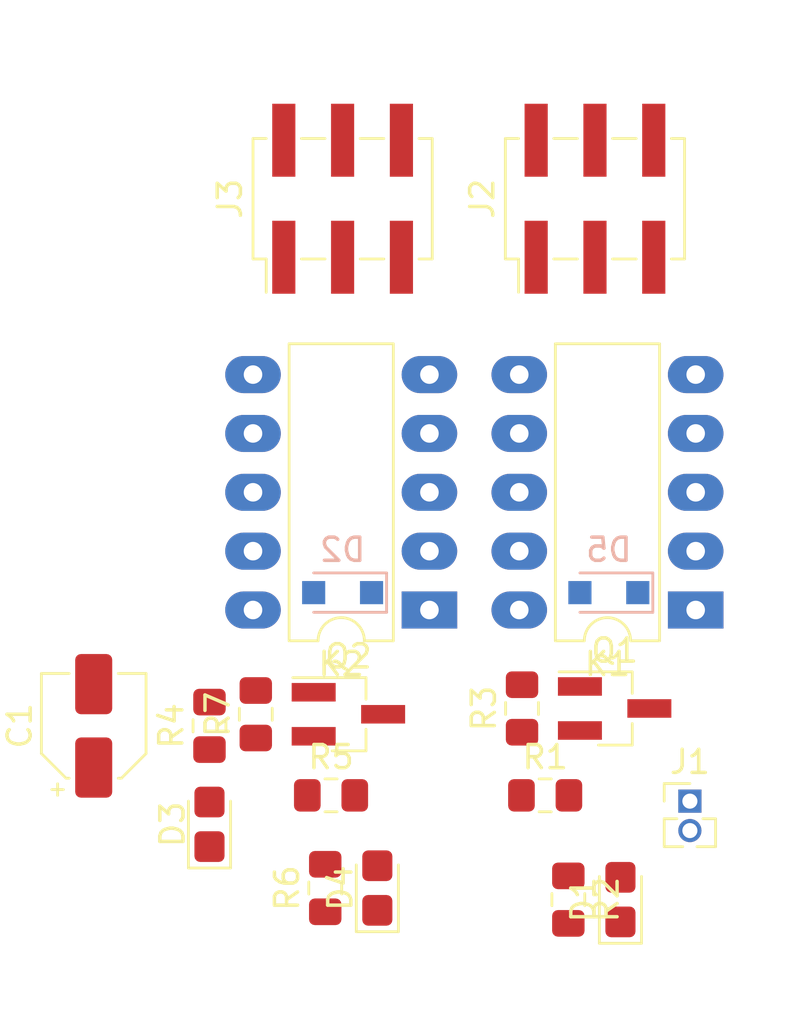
<source format=kicad_pcb>
(kicad_pcb (version 20171130) (host pcbnew 5.0.2-bee76a0~70~ubuntu18.04.1)

  (general
    (thickness 1.6)
    (drawings 0)
    (tracks 0)
    (zones 0)
    (modules 20)
    (nets 24)
  )

  (page A4)
  (layers
    (0 F.Cu signal)
    (31 B.Cu signal)
    (32 B.Adhes user)
    (33 F.Adhes user)
    (34 B.Paste user)
    (35 F.Paste user)
    (36 B.SilkS user)
    (37 F.SilkS user)
    (38 B.Mask user)
    (39 F.Mask user)
    (40 Dwgs.User user)
    (41 Cmts.User user)
    (42 Eco1.User user)
    (43 Eco2.User user)
    (44 Edge.Cuts user)
    (45 Margin user)
    (46 B.CrtYd user)
    (47 F.CrtYd user)
    (48 B.Fab user)
    (49 F.Fab user)
  )

  (setup
    (last_trace_width 0.25)
    (trace_clearance 0.2)
    (zone_clearance 0.508)
    (zone_45_only no)
    (trace_min 0.2)
    (segment_width 0.2)
    (edge_width 0.1)
    (via_size 0.8)
    (via_drill 0.4)
    (via_min_size 0.4)
    (via_min_drill 0.3)
    (uvia_size 0.3)
    (uvia_drill 0.1)
    (uvias_allowed no)
    (uvia_min_size 0.2)
    (uvia_min_drill 0.1)
    (pcb_text_width 0.3)
    (pcb_text_size 1.5 1.5)
    (mod_edge_width 0.15)
    (mod_text_size 1 1)
    (mod_text_width 0.15)
    (pad_size 1.5 1.5)
    (pad_drill 0.6)
    (pad_to_mask_clearance 0)
    (aux_axis_origin 0 0)
    (visible_elements FFFFFF7F)
    (pcbplotparams
      (layerselection 0x010fc_ffffffff)
      (usegerberextensions false)
      (usegerberattributes false)
      (usegerberadvancedattributes false)
      (creategerberjobfile false)
      (excludeedgelayer true)
      (linewidth 0.100000)
      (plotframeref false)
      (viasonmask false)
      (mode 1)
      (useauxorigin false)
      (hpglpennumber 1)
      (hpglpenspeed 20)
      (hpglpendiameter 15.000000)
      (psnegative false)
      (psa4output false)
      (plotreference true)
      (plotvalue true)
      (plotinvisibletext false)
      (padsonsilk false)
      (subtractmaskfromsilk false)
      (outputformat 1)
      (mirror false)
      (drillshape 1)
      (scaleselection 1)
      (outputdirectory ""))
  )

  (net 0 "")
  (net 1 V_RELAY)
  (net 2 "Net-(D4-Pad2)")
  (net 3 /R2_CONTROL)
  (net 4 "Net-(Q2-Pad1)")
  (net 5 "Net-(D3-Pad2)")
  (net 6 "Net-(Q1-Pad1)")
  (net 7 GND)
  (net 8 "Net-(D1-Pad2)")
  (net 9 /R1_CONTROL)
  (net 10 /R2_COIL_N)
  (net 11 /R1_COIL_N)
  (net 12 /R1_CH1_NC)
  (net 13 /R1_CH2_NO)
  (net 14 /R1_CH1_COM)
  (net 15 /R1_CH2_COM)
  (net 16 /R1_CH1_NO)
  (net 17 /R1_CH2_NC)
  (net 18 /R2_CH2_NC)
  (net 19 /R2_CH1_NO)
  (net 20 /R2_CH2_COM)
  (net 21 /R2_CH1_COM)
  (net 22 /R2_CH2_NO)
  (net 23 /R2_CH1_NC)

  (net_class Default "This is the default net class."
    (clearance 0.2)
    (trace_width 0.25)
    (via_dia 0.8)
    (via_drill 0.4)
    (uvia_dia 0.3)
    (uvia_drill 0.1)
    (add_net /R1_CH1_COM)
    (add_net /R1_CH1_NC)
    (add_net /R1_CH1_NO)
    (add_net /R1_CH2_COM)
    (add_net /R1_CH2_NC)
    (add_net /R1_CH2_NO)
    (add_net /R1_COIL_N)
    (add_net /R1_CONTROL)
    (add_net /R2_CH1_COM)
    (add_net /R2_CH1_NC)
    (add_net /R2_CH1_NO)
    (add_net /R2_CH2_COM)
    (add_net /R2_CH2_NC)
    (add_net /R2_CH2_NO)
    (add_net /R2_COIL_N)
    (add_net /R2_CONTROL)
    (add_net GND)
    (add_net "Net-(D1-Pad2)")
    (add_net "Net-(D3-Pad2)")
    (add_net "Net-(D4-Pad2)")
    (add_net "Net-(Q1-Pad1)")
    (add_net "Net-(Q2-Pad1)")
    (add_net V_RELAY)
  )

  (module Capacitor_SMD:CP_Elec_4x5.3 (layer F.Cu) (tedit 5BCA39CF) (tstamp 5C2B8218)
    (at 14.25 42.75 90)
    (descr "SMD capacitor, aluminum electrolytic, Vishay, 4.0x5.3mm")
    (tags "capacitor electrolytic")
    (path /5C175CD2)
    (attr smd)
    (fp_text reference C1 (at 0 -3.2 90) (layer F.SilkS)
      (effects (font (size 1 1) (thickness 0.15)))
    )
    (fp_text value CP4.7uf,50V (at 0 3.2 90) (layer F.Fab)
      (effects (font (size 1 1) (thickness 0.15)))
    )
    (fp_circle (center 0 0) (end 2 0) (layer F.Fab) (width 0.1))
    (fp_line (start 2.15 -2.15) (end 2.15 2.15) (layer F.Fab) (width 0.1))
    (fp_line (start -1.15 -2.15) (end 2.15 -2.15) (layer F.Fab) (width 0.1))
    (fp_line (start -1.15 2.15) (end 2.15 2.15) (layer F.Fab) (width 0.1))
    (fp_line (start -2.15 -1.15) (end -2.15 1.15) (layer F.Fab) (width 0.1))
    (fp_line (start -2.15 -1.15) (end -1.15 -2.15) (layer F.Fab) (width 0.1))
    (fp_line (start -2.15 1.15) (end -1.15 2.15) (layer F.Fab) (width 0.1))
    (fp_line (start -1.574773 -1) (end -1.174773 -1) (layer F.Fab) (width 0.1))
    (fp_line (start -1.374773 -1.2) (end -1.374773 -0.8) (layer F.Fab) (width 0.1))
    (fp_line (start 2.26 2.26) (end 2.26 1.06) (layer F.SilkS) (width 0.12))
    (fp_line (start 2.26 -2.26) (end 2.26 -1.06) (layer F.SilkS) (width 0.12))
    (fp_line (start -1.195563 -2.26) (end 2.26 -2.26) (layer F.SilkS) (width 0.12))
    (fp_line (start -1.195563 2.26) (end 2.26 2.26) (layer F.SilkS) (width 0.12))
    (fp_line (start -2.26 1.195563) (end -2.26 1.06) (layer F.SilkS) (width 0.12))
    (fp_line (start -2.26 -1.195563) (end -2.26 -1.06) (layer F.SilkS) (width 0.12))
    (fp_line (start -2.26 -1.195563) (end -1.195563 -2.26) (layer F.SilkS) (width 0.12))
    (fp_line (start -2.26 1.195563) (end -1.195563 2.26) (layer F.SilkS) (width 0.12))
    (fp_line (start -3 -1.56) (end -2.5 -1.56) (layer F.SilkS) (width 0.12))
    (fp_line (start -2.75 -1.81) (end -2.75 -1.31) (layer F.SilkS) (width 0.12))
    (fp_line (start 2.4 -2.4) (end 2.4 -1.05) (layer F.CrtYd) (width 0.05))
    (fp_line (start 2.4 -1.05) (end 3.35 -1.05) (layer F.CrtYd) (width 0.05))
    (fp_line (start 3.35 -1.05) (end 3.35 1.05) (layer F.CrtYd) (width 0.05))
    (fp_line (start 3.35 1.05) (end 2.4 1.05) (layer F.CrtYd) (width 0.05))
    (fp_line (start 2.4 1.05) (end 2.4 2.4) (layer F.CrtYd) (width 0.05))
    (fp_line (start -1.25 2.4) (end 2.4 2.4) (layer F.CrtYd) (width 0.05))
    (fp_line (start -1.25 -2.4) (end 2.4 -2.4) (layer F.CrtYd) (width 0.05))
    (fp_line (start -2.4 1.25) (end -1.25 2.4) (layer F.CrtYd) (width 0.05))
    (fp_line (start -2.4 -1.25) (end -1.25 -2.4) (layer F.CrtYd) (width 0.05))
    (fp_line (start -2.4 -1.25) (end -2.4 -1.05) (layer F.CrtYd) (width 0.05))
    (fp_line (start -2.4 1.05) (end -2.4 1.25) (layer F.CrtYd) (width 0.05))
    (fp_line (start -2.4 -1.05) (end -3.35 -1.05) (layer F.CrtYd) (width 0.05))
    (fp_line (start -3.35 -1.05) (end -3.35 1.05) (layer F.CrtYd) (width 0.05))
    (fp_line (start -3.35 1.05) (end -2.4 1.05) (layer F.CrtYd) (width 0.05))
    (fp_text user %R (at 0 0 90) (layer F.Fab)
      (effects (font (size 0.8 0.8) (thickness 0.12)))
    )
    (pad 1 smd roundrect (at -1.8 0 90) (size 2.6 1.6) (layers F.Cu F.Paste F.Mask) (roundrect_rratio 0.15625)
      (net 1 V_RELAY))
    (pad 2 smd roundrect (at 1.8 0 90) (size 2.6 1.6) (layers F.Cu F.Paste F.Mask) (roundrect_rratio 0.15625)
      (net 7 GND))
    (model ${KISYS3DMOD}/Capacitor_SMD.3dshapes/CP_Elec_4x5.3.wrl
      (at (xyz 0 0 0))
      (scale (xyz 1 1 1))
      (rotate (xyz 0 0 0))
    )
  )

  (module Connector_PinHeader_1.27mm:PinHeader_1x02_P1.27mm_Vertical (layer F.Cu) (tedit 59FED6E3) (tstamp 5C2B81F0)
    (at 40 46)
    (descr "Through hole straight pin header, 1x02, 1.27mm pitch, single row")
    (tags "Through hole pin header THT 1x02 1.27mm single row")
    (path /5C1CE215)
    (fp_text reference J1 (at 0 -1.695) (layer F.SilkS)
      (effects (font (size 1 1) (thickness 0.15)))
    )
    (fp_text value Conn_01x02 (at 0 2.965) (layer F.Fab)
      (effects (font (size 1 1) (thickness 0.15)))
    )
    (fp_line (start -0.525 -0.635) (end 1.05 -0.635) (layer F.Fab) (width 0.1))
    (fp_line (start 1.05 -0.635) (end 1.05 1.905) (layer F.Fab) (width 0.1))
    (fp_line (start 1.05 1.905) (end -1.05 1.905) (layer F.Fab) (width 0.1))
    (fp_line (start -1.05 1.905) (end -1.05 -0.11) (layer F.Fab) (width 0.1))
    (fp_line (start -1.05 -0.11) (end -0.525 -0.635) (layer F.Fab) (width 0.1))
    (fp_line (start -1.11 1.965) (end -0.30753 1.965) (layer F.SilkS) (width 0.12))
    (fp_line (start 0.30753 1.965) (end 1.11 1.965) (layer F.SilkS) (width 0.12))
    (fp_line (start -1.11 0.76) (end -1.11 1.965) (layer F.SilkS) (width 0.12))
    (fp_line (start 1.11 0.76) (end 1.11 1.965) (layer F.SilkS) (width 0.12))
    (fp_line (start -1.11 0.76) (end -0.563471 0.76) (layer F.SilkS) (width 0.12))
    (fp_line (start 0.563471 0.76) (end 1.11 0.76) (layer F.SilkS) (width 0.12))
    (fp_line (start -1.11 0) (end -1.11 -0.76) (layer F.SilkS) (width 0.12))
    (fp_line (start -1.11 -0.76) (end 0 -0.76) (layer F.SilkS) (width 0.12))
    (fp_line (start -1.55 -1.15) (end -1.55 2.45) (layer F.CrtYd) (width 0.05))
    (fp_line (start -1.55 2.45) (end 1.55 2.45) (layer F.CrtYd) (width 0.05))
    (fp_line (start 1.55 2.45) (end 1.55 -1.15) (layer F.CrtYd) (width 0.05))
    (fp_line (start 1.55 -1.15) (end -1.55 -1.15) (layer F.CrtYd) (width 0.05))
    (fp_text user %R (at 0 0.635 90) (layer F.Fab)
      (effects (font (size 1 1) (thickness 0.15)))
    )
    (pad 1 thru_hole rect (at 0 0) (size 1 1) (drill 0.65) (layers *.Cu *.Mask)
      (net 9 /R1_CONTROL))
    (pad 2 thru_hole oval (at 0 1.27) (size 1 1) (drill 0.65) (layers *.Cu *.Mask)
      (net 3 /R2_CONTROL))
    (model ${KISYS3DMOD}/Connector_PinHeader_1.27mm.3dshapes/PinHeader_1x02_P1.27mm_Vertical.wrl
      (at (xyz 0 0 0))
      (scale (xyz 1 1 1))
      (rotate (xyz 0 0 0))
    )
  )

  (module Connector_PinHeader_2.54mm:PinHeader_2x03_P2.54mm_Vertical_SMD (layer F.Cu) (tedit 59FED5CC) (tstamp 5C2B81D8)
    (at 35.900001 20 90)
    (descr "surface-mounted straight pin header, 2x03, 2.54mm pitch, double rows")
    (tags "Surface mounted pin header SMD 2x03 2.54mm double row")
    (path /5C1F21BB)
    (attr smd)
    (fp_text reference J2 (at 0 -4.87 90) (layer F.SilkS)
      (effects (font (size 1 1) (thickness 0.15)))
    )
    (fp_text value Conn_02x03_Odd_Even (at 0 4.87 90) (layer F.Fab)
      (effects (font (size 1 1) (thickness 0.15)))
    )
    (fp_text user %R (at 0 0 180) (layer F.Fab)
      (effects (font (size 1 1) (thickness 0.15)))
    )
    (fp_line (start 5.9 -4.35) (end -5.9 -4.35) (layer F.CrtYd) (width 0.05))
    (fp_line (start 5.9 4.35) (end 5.9 -4.35) (layer F.CrtYd) (width 0.05))
    (fp_line (start -5.9 4.35) (end 5.9 4.35) (layer F.CrtYd) (width 0.05))
    (fp_line (start -5.9 -4.35) (end -5.9 4.35) (layer F.CrtYd) (width 0.05))
    (fp_line (start 2.6 0.76) (end 2.6 1.78) (layer F.SilkS) (width 0.12))
    (fp_line (start -2.6 0.76) (end -2.6 1.78) (layer F.SilkS) (width 0.12))
    (fp_line (start 2.6 -1.78) (end 2.6 -0.76) (layer F.SilkS) (width 0.12))
    (fp_line (start -2.6 -1.78) (end -2.6 -0.76) (layer F.SilkS) (width 0.12))
    (fp_line (start 2.6 3.3) (end 2.6 3.87) (layer F.SilkS) (width 0.12))
    (fp_line (start -2.6 3.3) (end -2.6 3.87) (layer F.SilkS) (width 0.12))
    (fp_line (start 2.6 -3.87) (end 2.6 -3.3) (layer F.SilkS) (width 0.12))
    (fp_line (start -2.6 -3.87) (end -2.6 -3.3) (layer F.SilkS) (width 0.12))
    (fp_line (start -4.04 -3.3) (end -2.6 -3.3) (layer F.SilkS) (width 0.12))
    (fp_line (start -2.6 3.87) (end 2.6 3.87) (layer F.SilkS) (width 0.12))
    (fp_line (start -2.6 -3.87) (end 2.6 -3.87) (layer F.SilkS) (width 0.12))
    (fp_line (start 3.6 2.86) (end 2.54 2.86) (layer F.Fab) (width 0.1))
    (fp_line (start 3.6 2.22) (end 3.6 2.86) (layer F.Fab) (width 0.1))
    (fp_line (start 2.54 2.22) (end 3.6 2.22) (layer F.Fab) (width 0.1))
    (fp_line (start -3.6 2.86) (end -2.54 2.86) (layer F.Fab) (width 0.1))
    (fp_line (start -3.6 2.22) (end -3.6 2.86) (layer F.Fab) (width 0.1))
    (fp_line (start -2.54 2.22) (end -3.6 2.22) (layer F.Fab) (width 0.1))
    (fp_line (start 3.6 0.32) (end 2.54 0.32) (layer F.Fab) (width 0.1))
    (fp_line (start 3.6 -0.32) (end 3.6 0.32) (layer F.Fab) (width 0.1))
    (fp_line (start 2.54 -0.32) (end 3.6 -0.32) (layer F.Fab) (width 0.1))
    (fp_line (start -3.6 0.32) (end -2.54 0.32) (layer F.Fab) (width 0.1))
    (fp_line (start -3.6 -0.32) (end -3.6 0.32) (layer F.Fab) (width 0.1))
    (fp_line (start -2.54 -0.32) (end -3.6 -0.32) (layer F.Fab) (width 0.1))
    (fp_line (start 3.6 -2.22) (end 2.54 -2.22) (layer F.Fab) (width 0.1))
    (fp_line (start 3.6 -2.86) (end 3.6 -2.22) (layer F.Fab) (width 0.1))
    (fp_line (start 2.54 -2.86) (end 3.6 -2.86) (layer F.Fab) (width 0.1))
    (fp_line (start -3.6 -2.22) (end -2.54 -2.22) (layer F.Fab) (width 0.1))
    (fp_line (start -3.6 -2.86) (end -3.6 -2.22) (layer F.Fab) (width 0.1))
    (fp_line (start -2.54 -2.86) (end -3.6 -2.86) (layer F.Fab) (width 0.1))
    (fp_line (start 2.54 -3.81) (end 2.54 3.81) (layer F.Fab) (width 0.1))
    (fp_line (start -2.54 -2.86) (end -1.59 -3.81) (layer F.Fab) (width 0.1))
    (fp_line (start -2.54 3.81) (end -2.54 -2.86) (layer F.Fab) (width 0.1))
    (fp_line (start -1.59 -3.81) (end 2.54 -3.81) (layer F.Fab) (width 0.1))
    (fp_line (start 2.54 3.81) (end -2.54 3.81) (layer F.Fab) (width 0.1))
    (pad 6 smd rect (at 2.525 2.54 90) (size 3.15 1) (layers F.Cu F.Paste F.Mask)
      (net 13 /R1_CH2_NO))
    (pad 5 smd rect (at -2.525 2.54 90) (size 3.15 1) (layers F.Cu F.Paste F.Mask)
      (net 16 /R1_CH1_NO))
    (pad 4 smd rect (at 2.525 0 90) (size 3.15 1) (layers F.Cu F.Paste F.Mask)
      (net 15 /R1_CH2_COM))
    (pad 3 smd rect (at -2.525 0 90) (size 3.15 1) (layers F.Cu F.Paste F.Mask)
      (net 14 /R1_CH1_COM))
    (pad 2 smd rect (at 2.525 -2.54 90) (size 3.15 1) (layers F.Cu F.Paste F.Mask)
      (net 17 /R1_CH2_NC))
    (pad 1 smd rect (at -2.525 -2.54 90) (size 3.15 1) (layers F.Cu F.Paste F.Mask)
      (net 12 /R1_CH1_NC))
    (model ${KISYS3DMOD}/Connector_PinHeader_2.54mm.3dshapes/PinHeader_2x03_P2.54mm_Vertical_SMD.wrl
      (at (xyz 0 0 0))
      (scale (xyz 1 1 1))
      (rotate (xyz 0 0 0))
    )
  )

  (module Connector_PinHeader_2.54mm:PinHeader_2x03_P2.54mm_Vertical_SMD (layer F.Cu) (tedit 59FED5CC) (tstamp 5C2B81A7)
    (at 25 20 90)
    (descr "surface-mounted straight pin header, 2x03, 2.54mm pitch, double rows")
    (tags "Surface mounted pin header SMD 2x03 2.54mm double row")
    (path /5C1F70CC)
    (attr smd)
    (fp_text reference J3 (at 0 -4.87 90) (layer F.SilkS)
      (effects (font (size 1 1) (thickness 0.15)))
    )
    (fp_text value Conn_02x03_Odd_Even (at 0 4.87 90) (layer F.Fab)
      (effects (font (size 1 1) (thickness 0.15)))
    )
    (fp_line (start 2.54 3.81) (end -2.54 3.81) (layer F.Fab) (width 0.1))
    (fp_line (start -1.59 -3.81) (end 2.54 -3.81) (layer F.Fab) (width 0.1))
    (fp_line (start -2.54 3.81) (end -2.54 -2.86) (layer F.Fab) (width 0.1))
    (fp_line (start -2.54 -2.86) (end -1.59 -3.81) (layer F.Fab) (width 0.1))
    (fp_line (start 2.54 -3.81) (end 2.54 3.81) (layer F.Fab) (width 0.1))
    (fp_line (start -2.54 -2.86) (end -3.6 -2.86) (layer F.Fab) (width 0.1))
    (fp_line (start -3.6 -2.86) (end -3.6 -2.22) (layer F.Fab) (width 0.1))
    (fp_line (start -3.6 -2.22) (end -2.54 -2.22) (layer F.Fab) (width 0.1))
    (fp_line (start 2.54 -2.86) (end 3.6 -2.86) (layer F.Fab) (width 0.1))
    (fp_line (start 3.6 -2.86) (end 3.6 -2.22) (layer F.Fab) (width 0.1))
    (fp_line (start 3.6 -2.22) (end 2.54 -2.22) (layer F.Fab) (width 0.1))
    (fp_line (start -2.54 -0.32) (end -3.6 -0.32) (layer F.Fab) (width 0.1))
    (fp_line (start -3.6 -0.32) (end -3.6 0.32) (layer F.Fab) (width 0.1))
    (fp_line (start -3.6 0.32) (end -2.54 0.32) (layer F.Fab) (width 0.1))
    (fp_line (start 2.54 -0.32) (end 3.6 -0.32) (layer F.Fab) (width 0.1))
    (fp_line (start 3.6 -0.32) (end 3.6 0.32) (layer F.Fab) (width 0.1))
    (fp_line (start 3.6 0.32) (end 2.54 0.32) (layer F.Fab) (width 0.1))
    (fp_line (start -2.54 2.22) (end -3.6 2.22) (layer F.Fab) (width 0.1))
    (fp_line (start -3.6 2.22) (end -3.6 2.86) (layer F.Fab) (width 0.1))
    (fp_line (start -3.6 2.86) (end -2.54 2.86) (layer F.Fab) (width 0.1))
    (fp_line (start 2.54 2.22) (end 3.6 2.22) (layer F.Fab) (width 0.1))
    (fp_line (start 3.6 2.22) (end 3.6 2.86) (layer F.Fab) (width 0.1))
    (fp_line (start 3.6 2.86) (end 2.54 2.86) (layer F.Fab) (width 0.1))
    (fp_line (start -2.6 -3.87) (end 2.6 -3.87) (layer F.SilkS) (width 0.12))
    (fp_line (start -2.6 3.87) (end 2.6 3.87) (layer F.SilkS) (width 0.12))
    (fp_line (start -4.04 -3.3) (end -2.6 -3.3) (layer F.SilkS) (width 0.12))
    (fp_line (start -2.6 -3.87) (end -2.6 -3.3) (layer F.SilkS) (width 0.12))
    (fp_line (start 2.6 -3.87) (end 2.6 -3.3) (layer F.SilkS) (width 0.12))
    (fp_line (start -2.6 3.3) (end -2.6 3.87) (layer F.SilkS) (width 0.12))
    (fp_line (start 2.6 3.3) (end 2.6 3.87) (layer F.SilkS) (width 0.12))
    (fp_line (start -2.6 -1.78) (end -2.6 -0.76) (layer F.SilkS) (width 0.12))
    (fp_line (start 2.6 -1.78) (end 2.6 -0.76) (layer F.SilkS) (width 0.12))
    (fp_line (start -2.6 0.76) (end -2.6 1.78) (layer F.SilkS) (width 0.12))
    (fp_line (start 2.6 0.76) (end 2.6 1.78) (layer F.SilkS) (width 0.12))
    (fp_line (start -5.9 -4.35) (end -5.9 4.35) (layer F.CrtYd) (width 0.05))
    (fp_line (start -5.9 4.35) (end 5.9 4.35) (layer F.CrtYd) (width 0.05))
    (fp_line (start 5.9 4.35) (end 5.9 -4.35) (layer F.CrtYd) (width 0.05))
    (fp_line (start 5.9 -4.35) (end -5.9 -4.35) (layer F.CrtYd) (width 0.05))
    (fp_text user %R (at 0 0 180) (layer F.Fab)
      (effects (font (size 1 1) (thickness 0.15)))
    )
    (pad 1 smd rect (at -2.525 -2.54 90) (size 3.15 1) (layers F.Cu F.Paste F.Mask)
      (net 23 /R2_CH1_NC))
    (pad 2 smd rect (at 2.525 -2.54 90) (size 3.15 1) (layers F.Cu F.Paste F.Mask)
      (net 18 /R2_CH2_NC))
    (pad 3 smd rect (at -2.525 0 90) (size 3.15 1) (layers F.Cu F.Paste F.Mask)
      (net 21 /R2_CH1_COM))
    (pad 4 smd rect (at 2.525 0 90) (size 3.15 1) (layers F.Cu F.Paste F.Mask)
      (net 20 /R2_CH2_COM))
    (pad 5 smd rect (at -2.525 2.54 90) (size 3.15 1) (layers F.Cu F.Paste F.Mask)
      (net 19 /R2_CH1_NO))
    (pad 6 smd rect (at 2.525 2.54 90) (size 3.15 1) (layers F.Cu F.Paste F.Mask)
      (net 22 /R2_CH2_NO))
    (model ${KISYS3DMOD}/Connector_PinHeader_2.54mm.3dshapes/PinHeader_2x03_P2.54mm_Vertical_SMD.wrl
      (at (xyz 0 0 0))
      (scale (xyz 1 1 1))
      (rotate (xyz 0 0 0))
    )
  )

  (module Diode_SMD:D_SOD-323_HandSoldering (layer B.Cu) (tedit 58641869) (tstamp 5C2B8BC0)
    (at 25 37 180)
    (descr SOD-323)
    (tags SOD-323)
    (path /5C178516)
    (attr smd)
    (fp_text reference D2 (at 0 1.85 180) (layer B.SilkS)
      (effects (font (size 1 1) (thickness 0.15)) (justify mirror))
    )
    (fp_text value 1N4148 (at 0.1 -1.9 180) (layer B.Fab)
      (effects (font (size 1 1) (thickness 0.15)) (justify mirror))
    )
    (fp_line (start -1.9 0.85) (end 1.25 0.85) (layer B.SilkS) (width 0.12))
    (fp_line (start -1.9 -0.85) (end 1.25 -0.85) (layer B.SilkS) (width 0.12))
    (fp_line (start -2 0.95) (end -2 -0.95) (layer B.CrtYd) (width 0.05))
    (fp_line (start -2 -0.95) (end 2 -0.95) (layer B.CrtYd) (width 0.05))
    (fp_line (start 2 0.95) (end 2 -0.95) (layer B.CrtYd) (width 0.05))
    (fp_line (start -2 0.95) (end 2 0.95) (layer B.CrtYd) (width 0.05))
    (fp_line (start -0.9 0.7) (end 0.9 0.7) (layer B.Fab) (width 0.1))
    (fp_line (start 0.9 0.7) (end 0.9 -0.7) (layer B.Fab) (width 0.1))
    (fp_line (start 0.9 -0.7) (end -0.9 -0.7) (layer B.Fab) (width 0.1))
    (fp_line (start -0.9 -0.7) (end -0.9 0.7) (layer B.Fab) (width 0.1))
    (fp_line (start -0.3 0.35) (end -0.3 -0.35) (layer B.Fab) (width 0.1))
    (fp_line (start -0.3 0) (end -0.5 0) (layer B.Fab) (width 0.1))
    (fp_line (start -0.3 0) (end 0.2 0.35) (layer B.Fab) (width 0.1))
    (fp_line (start 0.2 0.35) (end 0.2 -0.35) (layer B.Fab) (width 0.1))
    (fp_line (start 0.2 -0.35) (end -0.3 0) (layer B.Fab) (width 0.1))
    (fp_line (start 0.2 0) (end 0.45 0) (layer B.Fab) (width 0.1))
    (fp_line (start -1.9 0.85) (end -1.9 -0.85) (layer B.SilkS) (width 0.12))
    (fp_text user %R (at 0 1.85 180) (layer B.Fab)
      (effects (font (size 1 1) (thickness 0.15)) (justify mirror))
    )
    (pad 2 smd rect (at 1.25 0 180) (size 1 1) (layers B.Cu B.Paste B.Mask)
      (net 11 /R1_COIL_N))
    (pad 1 smd rect (at -1.25 0 180) (size 1 1) (layers B.Cu B.Paste B.Mask)
      (net 1 V_RELAY))
    (model ${KISYS3DMOD}/Diode_SMD.3dshapes/D_SOD-323.wrl
      (at (xyz 0 0 0))
      (scale (xyz 1 1 1))
      (rotate (xyz 0 0 0))
    )
  )

  (module Diode_SMD:D_SOD-323_HandSoldering (layer B.Cu) (tedit 58641869) (tstamp 5C2B815E)
    (at 36.5 37 180)
    (descr SOD-323)
    (tags SOD-323)
    (path /5C17F31C)
    (attr smd)
    (fp_text reference D5 (at 0 1.85 180) (layer B.SilkS)
      (effects (font (size 1 1) (thickness 0.15)) (justify mirror))
    )
    (fp_text value 1N4148 (at 0.1 -1.9 180) (layer B.Fab)
      (effects (font (size 1 1) (thickness 0.15)) (justify mirror))
    )
    (fp_text user %R (at 0 1.85 180) (layer B.Fab)
      (effects (font (size 1 1) (thickness 0.15)) (justify mirror))
    )
    (fp_line (start -1.9 0.85) (end -1.9 -0.85) (layer B.SilkS) (width 0.12))
    (fp_line (start 0.2 0) (end 0.45 0) (layer B.Fab) (width 0.1))
    (fp_line (start 0.2 -0.35) (end -0.3 0) (layer B.Fab) (width 0.1))
    (fp_line (start 0.2 0.35) (end 0.2 -0.35) (layer B.Fab) (width 0.1))
    (fp_line (start -0.3 0) (end 0.2 0.35) (layer B.Fab) (width 0.1))
    (fp_line (start -0.3 0) (end -0.5 0) (layer B.Fab) (width 0.1))
    (fp_line (start -0.3 0.35) (end -0.3 -0.35) (layer B.Fab) (width 0.1))
    (fp_line (start -0.9 -0.7) (end -0.9 0.7) (layer B.Fab) (width 0.1))
    (fp_line (start 0.9 -0.7) (end -0.9 -0.7) (layer B.Fab) (width 0.1))
    (fp_line (start 0.9 0.7) (end 0.9 -0.7) (layer B.Fab) (width 0.1))
    (fp_line (start -0.9 0.7) (end 0.9 0.7) (layer B.Fab) (width 0.1))
    (fp_line (start -2 0.95) (end 2 0.95) (layer B.CrtYd) (width 0.05))
    (fp_line (start 2 0.95) (end 2 -0.95) (layer B.CrtYd) (width 0.05))
    (fp_line (start -2 -0.95) (end 2 -0.95) (layer B.CrtYd) (width 0.05))
    (fp_line (start -2 0.95) (end -2 -0.95) (layer B.CrtYd) (width 0.05))
    (fp_line (start -1.9 -0.85) (end 1.25 -0.85) (layer B.SilkS) (width 0.12))
    (fp_line (start -1.9 0.85) (end 1.25 0.85) (layer B.SilkS) (width 0.12))
    (pad 1 smd rect (at -1.25 0 180) (size 1 1) (layers B.Cu B.Paste B.Mask)
      (net 1 V_RELAY))
    (pad 2 smd rect (at 1.25 0 180) (size 1 1) (layers B.Cu B.Paste B.Mask)
      (net 10 /R2_COIL_N))
    (model ${KISYS3DMOD}/Diode_SMD.3dshapes/D_SOD-323.wrl
      (at (xyz 0 0 0))
      (scale (xyz 1 1 1))
      (rotate (xyz 0 0 0))
    )
  )

  (module LED_SMD:LED_0805_2012Metric_Castellated (layer F.Cu) (tedit 5B36C52C) (tstamp 5C2B8146)
    (at 37 50.25 90)
    (descr "LED SMD 0805 (2012 Metric), castellated end terminal, IPC_7351 nominal, (Body size source: https://docs.google.com/spreadsheets/d/1BsfQQcO9C6DZCsRaXUlFlo91Tg2WpOkGARC1WS5S8t0/edit?usp=sharing), generated with kicad-footprint-generator")
    (tags "LED castellated")
    (path /5BBB29F7)
    (attr smd)
    (fp_text reference D1 (at 0 -1.6 90) (layer F.SilkS)
      (effects (font (size 1 1) (thickness 0.15)))
    )
    (fp_text value RELAY_STATUS (at 0 1.6 90) (layer F.Fab)
      (effects (font (size 1 1) (thickness 0.15)))
    )
    (fp_line (start 1 -0.6) (end -0.7 -0.6) (layer F.Fab) (width 0.1))
    (fp_line (start -0.7 -0.6) (end -1 -0.3) (layer F.Fab) (width 0.1))
    (fp_line (start -1 -0.3) (end -1 0.6) (layer F.Fab) (width 0.1))
    (fp_line (start -1 0.6) (end 1 0.6) (layer F.Fab) (width 0.1))
    (fp_line (start 1 0.6) (end 1 -0.6) (layer F.Fab) (width 0.1))
    (fp_line (start 1 -0.91) (end -1.885 -0.91) (layer F.SilkS) (width 0.12))
    (fp_line (start -1.885 -0.91) (end -1.885 0.91) (layer F.SilkS) (width 0.12))
    (fp_line (start -1.885 0.91) (end 1 0.91) (layer F.SilkS) (width 0.12))
    (fp_line (start -1.88 0.9) (end -1.88 -0.9) (layer F.CrtYd) (width 0.05))
    (fp_line (start -1.88 -0.9) (end 1.88 -0.9) (layer F.CrtYd) (width 0.05))
    (fp_line (start 1.88 -0.9) (end 1.88 0.9) (layer F.CrtYd) (width 0.05))
    (fp_line (start 1.88 0.9) (end -1.88 0.9) (layer F.CrtYd) (width 0.05))
    (fp_text user %R (at 0 0 90) (layer F.Fab)
      (effects (font (size 0.5 0.5) (thickness 0.08)))
    )
    (pad 1 smd roundrect (at -0.9625 0 90) (size 1.325 1.3) (layers F.Cu F.Paste F.Mask) (roundrect_rratio 0.192308)
      (net 11 /R1_COIL_N))
    (pad 2 smd roundrect (at 0.9625 0 90) (size 1.325 1.3) (layers F.Cu F.Paste F.Mask) (roundrect_rratio 0.192308)
      (net 8 "Net-(D1-Pad2)"))
    (model ${KISYS3DMOD}/LED_SMD.3dshapes/LED_0805_2012Metric_Castellated.wrl
      (at (xyz 0 0 0))
      (scale (xyz 1 1 1))
      (rotate (xyz 0 0 0))
    )
  )

  (module LED_SMD:LED_0805_2012Metric_Castellated (layer F.Cu) (tedit 5B36C52C) (tstamp 5C2B8133)
    (at 19.25 47 90)
    (descr "LED SMD 0805 (2012 Metric), castellated end terminal, IPC_7351 nominal, (Body size source: https://docs.google.com/spreadsheets/d/1BsfQQcO9C6DZCsRaXUlFlo91Tg2WpOkGARC1WS5S8t0/edit?usp=sharing), generated with kicad-footprint-generator")
    (tags "LED castellated")
    (path /5BBB87D3)
    (attr smd)
    (fp_text reference D3 (at 0 -1.6 90) (layer F.SilkS)
      (effects (font (size 1 1) (thickness 0.15)))
    )
    (fp_text value 3V3_STATUS (at 0 1.6 90) (layer F.Fab)
      (effects (font (size 1 1) (thickness 0.15)))
    )
    (fp_text user %R (at 0 0 90) (layer F.Fab)
      (effects (font (size 0.5 0.5) (thickness 0.08)))
    )
    (fp_line (start 1.88 0.9) (end -1.88 0.9) (layer F.CrtYd) (width 0.05))
    (fp_line (start 1.88 -0.9) (end 1.88 0.9) (layer F.CrtYd) (width 0.05))
    (fp_line (start -1.88 -0.9) (end 1.88 -0.9) (layer F.CrtYd) (width 0.05))
    (fp_line (start -1.88 0.9) (end -1.88 -0.9) (layer F.CrtYd) (width 0.05))
    (fp_line (start -1.885 0.91) (end 1 0.91) (layer F.SilkS) (width 0.12))
    (fp_line (start -1.885 -0.91) (end -1.885 0.91) (layer F.SilkS) (width 0.12))
    (fp_line (start 1 -0.91) (end -1.885 -0.91) (layer F.SilkS) (width 0.12))
    (fp_line (start 1 0.6) (end 1 -0.6) (layer F.Fab) (width 0.1))
    (fp_line (start -1 0.6) (end 1 0.6) (layer F.Fab) (width 0.1))
    (fp_line (start -1 -0.3) (end -1 0.6) (layer F.Fab) (width 0.1))
    (fp_line (start -0.7 -0.6) (end -1 -0.3) (layer F.Fab) (width 0.1))
    (fp_line (start 1 -0.6) (end -0.7 -0.6) (layer F.Fab) (width 0.1))
    (pad 2 smd roundrect (at 0.9625 0 90) (size 1.325 1.3) (layers F.Cu F.Paste F.Mask) (roundrect_rratio 0.192308)
      (net 5 "Net-(D3-Pad2)"))
    (pad 1 smd roundrect (at -0.9625 0 90) (size 1.325 1.3) (layers F.Cu F.Paste F.Mask) (roundrect_rratio 0.192308)
      (net 7 GND))
    (model ${KISYS3DMOD}/LED_SMD.3dshapes/LED_0805_2012Metric_Castellated.wrl
      (at (xyz 0 0 0))
      (scale (xyz 1 1 1))
      (rotate (xyz 0 0 0))
    )
  )

  (module LED_SMD:LED_0805_2012Metric_Castellated (layer F.Cu) (tedit 5B36C52C) (tstamp 5C2B8120)
    (at 26.5 49.75 90)
    (descr "LED SMD 0805 (2012 Metric), castellated end terminal, IPC_7351 nominal, (Body size source: https://docs.google.com/spreadsheets/d/1BsfQQcO9C6DZCsRaXUlFlo91Tg2WpOkGARC1WS5S8t0/edit?usp=sharing), generated with kicad-footprint-generator")
    (tags "LED castellated")
    (path /5C17F2A3)
    (attr smd)
    (fp_text reference D4 (at 0 -1.6 90) (layer F.SilkS)
      (effects (font (size 1 1) (thickness 0.15)))
    )
    (fp_text value RELAY_STATUS (at 0 1.6 90) (layer F.Fab)
      (effects (font (size 1 1) (thickness 0.15)))
    )
    (fp_line (start 1 -0.6) (end -0.7 -0.6) (layer F.Fab) (width 0.1))
    (fp_line (start -0.7 -0.6) (end -1 -0.3) (layer F.Fab) (width 0.1))
    (fp_line (start -1 -0.3) (end -1 0.6) (layer F.Fab) (width 0.1))
    (fp_line (start -1 0.6) (end 1 0.6) (layer F.Fab) (width 0.1))
    (fp_line (start 1 0.6) (end 1 -0.6) (layer F.Fab) (width 0.1))
    (fp_line (start 1 -0.91) (end -1.885 -0.91) (layer F.SilkS) (width 0.12))
    (fp_line (start -1.885 -0.91) (end -1.885 0.91) (layer F.SilkS) (width 0.12))
    (fp_line (start -1.885 0.91) (end 1 0.91) (layer F.SilkS) (width 0.12))
    (fp_line (start -1.88 0.9) (end -1.88 -0.9) (layer F.CrtYd) (width 0.05))
    (fp_line (start -1.88 -0.9) (end 1.88 -0.9) (layer F.CrtYd) (width 0.05))
    (fp_line (start 1.88 -0.9) (end 1.88 0.9) (layer F.CrtYd) (width 0.05))
    (fp_line (start 1.88 0.9) (end -1.88 0.9) (layer F.CrtYd) (width 0.05))
    (fp_text user %R (at 0 0 90) (layer F.Fab)
      (effects (font (size 0.5 0.5) (thickness 0.08)))
    )
    (pad 1 smd roundrect (at -0.9625 0 90) (size 1.325 1.3) (layers F.Cu F.Paste F.Mask) (roundrect_rratio 0.192308)
      (net 10 /R2_COIL_N))
    (pad 2 smd roundrect (at 0.9625 0 90) (size 1.325 1.3) (layers F.Cu F.Paste F.Mask) (roundrect_rratio 0.192308)
      (net 2 "Net-(D4-Pad2)"))
    (model ${KISYS3DMOD}/LED_SMD.3dshapes/LED_0805_2012Metric_Castellated.wrl
      (at (xyz 0 0 0))
      (scale (xyz 1 1 1))
      (rotate (xyz 0 0 0))
    )
  )

  (module Package_DIP:DIP-10_W7.62mm_LongPads (layer F.Cu) (tedit 5A02E8C5) (tstamp 5C2B810D)
    (at 28.75 37.75 180)
    (descr "10-lead though-hole mounted DIP package, row spacing 7.62 mm (300 mils), LongPads")
    (tags "THT DIP DIL PDIP 2.54mm 7.62mm 300mil LongPads")
    (path /5C17F316)
    (fp_text reference K2 (at 3.81 -2.33 180) (layer F.SilkS)
      (effects (font (size 1 1) (thickness 0.15)))
    )
    (fp_text value A5W-K (at 3.81 12.49 180) (layer F.Fab)
      (effects (font (size 1 1) (thickness 0.15)))
    )
    (fp_text user %R (at 3.81 5.08 180) (layer F.Fab)
      (effects (font (size 1 1) (thickness 0.15)))
    )
    (fp_line (start 9.1 -1.55) (end -1.45 -1.55) (layer F.CrtYd) (width 0.05))
    (fp_line (start 9.1 11.7) (end 9.1 -1.55) (layer F.CrtYd) (width 0.05))
    (fp_line (start -1.45 11.7) (end 9.1 11.7) (layer F.CrtYd) (width 0.05))
    (fp_line (start -1.45 -1.55) (end -1.45 11.7) (layer F.CrtYd) (width 0.05))
    (fp_line (start 6.06 -1.33) (end 4.81 -1.33) (layer F.SilkS) (width 0.12))
    (fp_line (start 6.06 11.49) (end 6.06 -1.33) (layer F.SilkS) (width 0.12))
    (fp_line (start 1.56 11.49) (end 6.06 11.49) (layer F.SilkS) (width 0.12))
    (fp_line (start 1.56 -1.33) (end 1.56 11.49) (layer F.SilkS) (width 0.12))
    (fp_line (start 2.81 -1.33) (end 1.56 -1.33) (layer F.SilkS) (width 0.12))
    (fp_line (start 0.635 -0.27) (end 1.635 -1.27) (layer F.Fab) (width 0.1))
    (fp_line (start 0.635 11.43) (end 0.635 -0.27) (layer F.Fab) (width 0.1))
    (fp_line (start 6.985 11.43) (end 0.635 11.43) (layer F.Fab) (width 0.1))
    (fp_line (start 6.985 -1.27) (end 6.985 11.43) (layer F.Fab) (width 0.1))
    (fp_line (start 1.635 -1.27) (end 6.985 -1.27) (layer F.Fab) (width 0.1))
    (fp_arc (start 3.81 -1.33) (end 2.81 -1.33) (angle -180) (layer F.SilkS) (width 0.12))
    (pad 10 thru_hole oval (at 7.62 0 180) (size 2.4 1.6) (drill 0.8) (layers *.Cu *.Mask)
      (net 10 /R2_COIL_N))
    (pad 5 thru_hole oval (at 0 10.16 180) (size 2.4 1.6) (drill 0.8) (layers *.Cu *.Mask))
    (pad 9 thru_hole oval (at 7.62 2.54 180) (size 2.4 1.6) (drill 0.8) (layers *.Cu *.Mask)
      (net 18 /R2_CH2_NC))
    (pad 4 thru_hole oval (at 0 7.62 180) (size 2.4 1.6) (drill 0.8) (layers *.Cu *.Mask)
      (net 19 /R2_CH1_NO))
    (pad 8 thru_hole oval (at 7.62 5.08 180) (size 2.4 1.6) (drill 0.8) (layers *.Cu *.Mask)
      (net 20 /R2_CH2_COM))
    (pad 3 thru_hole oval (at 0 5.08 180) (size 2.4 1.6) (drill 0.8) (layers *.Cu *.Mask)
      (net 21 /R2_CH1_COM))
    (pad 7 thru_hole oval (at 7.62 7.62 180) (size 2.4 1.6) (drill 0.8) (layers *.Cu *.Mask)
      (net 22 /R2_CH2_NO))
    (pad 2 thru_hole oval (at 0 2.54 180) (size 2.4 1.6) (drill 0.8) (layers *.Cu *.Mask)
      (net 23 /R2_CH1_NC))
    (pad 6 thru_hole oval (at 7.62 10.16 180) (size 2.4 1.6) (drill 0.8) (layers *.Cu *.Mask))
    (pad 1 thru_hole rect (at 0 0 180) (size 2.4 1.6) (drill 0.8) (layers *.Cu *.Mask)
      (net 1 V_RELAY))
    (model ${KISYS3DMOD}/Package_DIP.3dshapes/DIP-10_W7.62mm.wrl
      (at (xyz 0 0 0))
      (scale (xyz 1 1 1))
      (rotate (xyz 0 0 0))
    )
  )

  (module Package_DIP:DIP-10_W7.62mm_LongPads (layer F.Cu) (tedit 5A02E8C5) (tstamp 5C2B80EF)
    (at 40.25 37.75 180)
    (descr "10-lead though-hole mounted DIP package, row spacing 7.62 mm (300 mils), LongPads")
    (tags "THT DIP DIL PDIP 2.54mm 7.62mm 300mil LongPads")
    (path /5C17187C)
    (fp_text reference K1 (at 3.81 -2.33 180) (layer F.SilkS)
      (effects (font (size 1 1) (thickness 0.15)))
    )
    (fp_text value A5W-K (at 3.81 12.49 180) (layer F.Fab)
      (effects (font (size 1 1) (thickness 0.15)))
    )
    (fp_arc (start 3.81 -1.33) (end 2.81 -1.33) (angle -180) (layer F.SilkS) (width 0.12))
    (fp_line (start 1.635 -1.27) (end 6.985 -1.27) (layer F.Fab) (width 0.1))
    (fp_line (start 6.985 -1.27) (end 6.985 11.43) (layer F.Fab) (width 0.1))
    (fp_line (start 6.985 11.43) (end 0.635 11.43) (layer F.Fab) (width 0.1))
    (fp_line (start 0.635 11.43) (end 0.635 -0.27) (layer F.Fab) (width 0.1))
    (fp_line (start 0.635 -0.27) (end 1.635 -1.27) (layer F.Fab) (width 0.1))
    (fp_line (start 2.81 -1.33) (end 1.56 -1.33) (layer F.SilkS) (width 0.12))
    (fp_line (start 1.56 -1.33) (end 1.56 11.49) (layer F.SilkS) (width 0.12))
    (fp_line (start 1.56 11.49) (end 6.06 11.49) (layer F.SilkS) (width 0.12))
    (fp_line (start 6.06 11.49) (end 6.06 -1.33) (layer F.SilkS) (width 0.12))
    (fp_line (start 6.06 -1.33) (end 4.81 -1.33) (layer F.SilkS) (width 0.12))
    (fp_line (start -1.45 -1.55) (end -1.45 11.7) (layer F.CrtYd) (width 0.05))
    (fp_line (start -1.45 11.7) (end 9.1 11.7) (layer F.CrtYd) (width 0.05))
    (fp_line (start 9.1 11.7) (end 9.1 -1.55) (layer F.CrtYd) (width 0.05))
    (fp_line (start 9.1 -1.55) (end -1.45 -1.55) (layer F.CrtYd) (width 0.05))
    (fp_text user %R (at 3.81 5.08 180) (layer F.Fab)
      (effects (font (size 1 1) (thickness 0.15)))
    )
    (pad 1 thru_hole rect (at 0 0 180) (size 2.4 1.6) (drill 0.8) (layers *.Cu *.Mask)
      (net 1 V_RELAY))
    (pad 6 thru_hole oval (at 7.62 10.16 180) (size 2.4 1.6) (drill 0.8) (layers *.Cu *.Mask))
    (pad 2 thru_hole oval (at 0 2.54 180) (size 2.4 1.6) (drill 0.8) (layers *.Cu *.Mask)
      (net 12 /R1_CH1_NC))
    (pad 7 thru_hole oval (at 7.62 7.62 180) (size 2.4 1.6) (drill 0.8) (layers *.Cu *.Mask)
      (net 13 /R1_CH2_NO))
    (pad 3 thru_hole oval (at 0 5.08 180) (size 2.4 1.6) (drill 0.8) (layers *.Cu *.Mask)
      (net 14 /R1_CH1_COM))
    (pad 8 thru_hole oval (at 7.62 5.08 180) (size 2.4 1.6) (drill 0.8) (layers *.Cu *.Mask)
      (net 15 /R1_CH2_COM))
    (pad 4 thru_hole oval (at 0 7.62 180) (size 2.4 1.6) (drill 0.8) (layers *.Cu *.Mask)
      (net 16 /R1_CH1_NO))
    (pad 9 thru_hole oval (at 7.62 2.54 180) (size 2.4 1.6) (drill 0.8) (layers *.Cu *.Mask)
      (net 17 /R1_CH2_NC))
    (pad 5 thru_hole oval (at 0 10.16 180) (size 2.4 1.6) (drill 0.8) (layers *.Cu *.Mask))
    (pad 10 thru_hole oval (at 7.62 0 180) (size 2.4 1.6) (drill 0.8) (layers *.Cu *.Mask)
      (net 11 /R1_COIL_N))
    (model ${KISYS3DMOD}/Package_DIP.3dshapes/DIP-10_W7.62mm.wrl
      (at (xyz 0 0 0))
      (scale (xyz 1 1 1))
      (rotate (xyz 0 0 0))
    )
  )

  (module Package_TO_SOT_SMD:SOT-23_Handsoldering (layer F.Cu) (tedit 5A0AB76C) (tstamp 5C2B80D1)
    (at 36.75 42)
    (descr "SOT-23, Handsoldering")
    (tags SOT-23)
    (path /5C17A3E7)
    (attr smd)
    (fp_text reference Q1 (at 0 -2.5) (layer F.SilkS)
      (effects (font (size 1 1) (thickness 0.15)))
    )
    (fp_text value "2N3904(1AM)" (at 0 2.5) (layer F.Fab)
      (effects (font (size 1 1) (thickness 0.15)))
    )
    (fp_line (start 0.76 1.58) (end -0.7 1.58) (layer F.SilkS) (width 0.12))
    (fp_line (start -0.7 1.52) (end 0.7 1.52) (layer F.Fab) (width 0.1))
    (fp_line (start 0.7 -1.52) (end 0.7 1.52) (layer F.Fab) (width 0.1))
    (fp_line (start -0.7 -0.95) (end -0.15 -1.52) (layer F.Fab) (width 0.1))
    (fp_line (start -0.15 -1.52) (end 0.7 -1.52) (layer F.Fab) (width 0.1))
    (fp_line (start -0.7 -0.95) (end -0.7 1.5) (layer F.Fab) (width 0.1))
    (fp_line (start 0.76 -1.58) (end -2.4 -1.58) (layer F.SilkS) (width 0.12))
    (fp_line (start -2.7 1.75) (end -2.7 -1.75) (layer F.CrtYd) (width 0.05))
    (fp_line (start 2.7 1.75) (end -2.7 1.75) (layer F.CrtYd) (width 0.05))
    (fp_line (start 2.7 -1.75) (end 2.7 1.75) (layer F.CrtYd) (width 0.05))
    (fp_line (start -2.7 -1.75) (end 2.7 -1.75) (layer F.CrtYd) (width 0.05))
    (fp_line (start 0.76 -1.58) (end 0.76 -0.65) (layer F.SilkS) (width 0.12))
    (fp_line (start 0.76 1.58) (end 0.76 0.65) (layer F.SilkS) (width 0.12))
    (fp_text user %R (at 0 0 90) (layer F.Fab)
      (effects (font (size 0.5 0.5) (thickness 0.075)))
    )
    (pad 3 smd rect (at 1.5 0) (size 1.9 0.8) (layers F.Cu F.Paste F.Mask)
      (net 11 /R1_COIL_N))
    (pad 2 smd rect (at -1.5 0.95) (size 1.9 0.8) (layers F.Cu F.Paste F.Mask)
      (net 7 GND))
    (pad 1 smd rect (at -1.5 -0.95) (size 1.9 0.8) (layers F.Cu F.Paste F.Mask)
      (net 6 "Net-(Q1-Pad1)"))
    (model ${KISYS3DMOD}/Package_TO_SOT_SMD.3dshapes/SOT-23.wrl
      (at (xyz 0 0 0))
      (scale (xyz 1 1 1))
      (rotate (xyz 0 0 0))
    )
  )

  (module Package_TO_SOT_SMD:SOT-23_Handsoldering (layer F.Cu) (tedit 5A0AB76C) (tstamp 5C2B80BC)
    (at 25.25 42.25)
    (descr "SOT-23, Handsoldering")
    (tags SOT-23)
    (path /5C17A467)
    (attr smd)
    (fp_text reference Q2 (at 0 -2.5) (layer F.SilkS)
      (effects (font (size 1 1) (thickness 0.15)))
    )
    (fp_text value "2N3904(1AM)" (at 0 2.5) (layer F.Fab)
      (effects (font (size 1 1) (thickness 0.15)))
    )
    (fp_text user %R (at 0 0 90) (layer F.Fab)
      (effects (font (size 0.5 0.5) (thickness 0.075)))
    )
    (fp_line (start 0.76 1.58) (end 0.76 0.65) (layer F.SilkS) (width 0.12))
    (fp_line (start 0.76 -1.58) (end 0.76 -0.65) (layer F.SilkS) (width 0.12))
    (fp_line (start -2.7 -1.75) (end 2.7 -1.75) (layer F.CrtYd) (width 0.05))
    (fp_line (start 2.7 -1.75) (end 2.7 1.75) (layer F.CrtYd) (width 0.05))
    (fp_line (start 2.7 1.75) (end -2.7 1.75) (layer F.CrtYd) (width 0.05))
    (fp_line (start -2.7 1.75) (end -2.7 -1.75) (layer F.CrtYd) (width 0.05))
    (fp_line (start 0.76 -1.58) (end -2.4 -1.58) (layer F.SilkS) (width 0.12))
    (fp_line (start -0.7 -0.95) (end -0.7 1.5) (layer F.Fab) (width 0.1))
    (fp_line (start -0.15 -1.52) (end 0.7 -1.52) (layer F.Fab) (width 0.1))
    (fp_line (start -0.7 -0.95) (end -0.15 -1.52) (layer F.Fab) (width 0.1))
    (fp_line (start 0.7 -1.52) (end 0.7 1.52) (layer F.Fab) (width 0.1))
    (fp_line (start -0.7 1.52) (end 0.7 1.52) (layer F.Fab) (width 0.1))
    (fp_line (start 0.76 1.58) (end -0.7 1.58) (layer F.SilkS) (width 0.12))
    (pad 1 smd rect (at -1.5 -0.95) (size 1.9 0.8) (layers F.Cu F.Paste F.Mask)
      (net 4 "Net-(Q2-Pad1)"))
    (pad 2 smd rect (at -1.5 0.95) (size 1.9 0.8) (layers F.Cu F.Paste F.Mask)
      (net 7 GND))
    (pad 3 smd rect (at 1.5 0) (size 1.9 0.8) (layers F.Cu F.Paste F.Mask)
      (net 10 /R2_COIL_N))
    (model ${KISYS3DMOD}/Package_TO_SOT_SMD.3dshapes/SOT-23.wrl
      (at (xyz 0 0 0))
      (scale (xyz 1 1 1))
      (rotate (xyz 0 0 0))
    )
  )

  (module Resistor_SMD:R_0805_2012Metric_Pad1.15x1.40mm_HandSolder (layer F.Cu) (tedit 5B36C52B) (tstamp 5C2B80A7)
    (at 21.25 42.25 90)
    (descr "Resistor SMD 0805 (2012 Metric), square (rectangular) end terminal, IPC_7351 nominal with elongated pad for handsoldering. (Body size source: https://docs.google.com/spreadsheets/d/1BsfQQcO9C6DZCsRaXUlFlo91Tg2WpOkGARC1WS5S8t0/edit?usp=sharing), generated with kicad-footprint-generator")
    (tags "resistor handsolder")
    (path /5C17F2AF)
    (attr smd)
    (fp_text reference R7 (at 0 -1.65 90) (layer F.SilkS)
      (effects (font (size 1 1) (thickness 0.15)))
    )
    (fp_text value 103 (at 0 1.65 90) (layer F.Fab)
      (effects (font (size 1 1) (thickness 0.15)))
    )
    (fp_line (start -1 0.6) (end -1 -0.6) (layer F.Fab) (width 0.1))
    (fp_line (start -1 -0.6) (end 1 -0.6) (layer F.Fab) (width 0.1))
    (fp_line (start 1 -0.6) (end 1 0.6) (layer F.Fab) (width 0.1))
    (fp_line (start 1 0.6) (end -1 0.6) (layer F.Fab) (width 0.1))
    (fp_line (start -0.261252 -0.71) (end 0.261252 -0.71) (layer F.SilkS) (width 0.12))
    (fp_line (start -0.261252 0.71) (end 0.261252 0.71) (layer F.SilkS) (width 0.12))
    (fp_line (start -1.85 0.95) (end -1.85 -0.95) (layer F.CrtYd) (width 0.05))
    (fp_line (start -1.85 -0.95) (end 1.85 -0.95) (layer F.CrtYd) (width 0.05))
    (fp_line (start 1.85 -0.95) (end 1.85 0.95) (layer F.CrtYd) (width 0.05))
    (fp_line (start 1.85 0.95) (end -1.85 0.95) (layer F.CrtYd) (width 0.05))
    (fp_text user %R (at 0 0 90) (layer F.Fab)
      (effects (font (size 0.5 0.5) (thickness 0.08)))
    )
    (pad 1 smd roundrect (at -1.025 0 90) (size 1.15 1.4) (layers F.Cu F.Paste F.Mask) (roundrect_rratio 0.217391)
      (net 7 GND))
    (pad 2 smd roundrect (at 1.025 0 90) (size 1.15 1.4) (layers F.Cu F.Paste F.Mask) (roundrect_rratio 0.217391)
      (net 4 "Net-(Q2-Pad1)"))
    (model ${KISYS3DMOD}/Resistor_SMD.3dshapes/R_0805_2012Metric.wrl
      (at (xyz 0 0 0))
      (scale (xyz 1 1 1))
      (rotate (xyz 0 0 0))
    )
  )

  (module Resistor_SMD:R_0805_2012Metric_Pad1.15x1.40mm_HandSolder (layer F.Cu) (tedit 5B36C52B) (tstamp 5C2B8096)
    (at 33.75 45.75)
    (descr "Resistor SMD 0805 (2012 Metric), square (rectangular) end terminal, IPC_7351 nominal with elongated pad for handsoldering. (Body size source: https://docs.google.com/spreadsheets/d/1BsfQQcO9C6DZCsRaXUlFlo91Tg2WpOkGARC1WS5S8t0/edit?usp=sharing), generated with kicad-footprint-generator")
    (tags "resistor handsolder")
    (path /5BBB455B)
    (attr smd)
    (fp_text reference R1 (at 0 -1.65) (layer F.SilkS)
      (effects (font (size 1 1) (thickness 0.15)))
    )
    (fp_text value 102 (at 0 1.65) (layer F.Fab)
      (effects (font (size 1 1) (thickness 0.15)))
    )
    (fp_text user %R (at 0 0) (layer F.Fab)
      (effects (font (size 0.5 0.5) (thickness 0.08)))
    )
    (fp_line (start 1.85 0.95) (end -1.85 0.95) (layer F.CrtYd) (width 0.05))
    (fp_line (start 1.85 -0.95) (end 1.85 0.95) (layer F.CrtYd) (width 0.05))
    (fp_line (start -1.85 -0.95) (end 1.85 -0.95) (layer F.CrtYd) (width 0.05))
    (fp_line (start -1.85 0.95) (end -1.85 -0.95) (layer F.CrtYd) (width 0.05))
    (fp_line (start -0.261252 0.71) (end 0.261252 0.71) (layer F.SilkS) (width 0.12))
    (fp_line (start -0.261252 -0.71) (end 0.261252 -0.71) (layer F.SilkS) (width 0.12))
    (fp_line (start 1 0.6) (end -1 0.6) (layer F.Fab) (width 0.1))
    (fp_line (start 1 -0.6) (end 1 0.6) (layer F.Fab) (width 0.1))
    (fp_line (start -1 -0.6) (end 1 -0.6) (layer F.Fab) (width 0.1))
    (fp_line (start -1 0.6) (end -1 -0.6) (layer F.Fab) (width 0.1))
    (pad 2 smd roundrect (at 1.025 0) (size 1.15 1.4) (layers F.Cu F.Paste F.Mask) (roundrect_rratio 0.217391)
      (net 9 /R1_CONTROL))
    (pad 1 smd roundrect (at -1.025 0) (size 1.15 1.4) (layers F.Cu F.Paste F.Mask) (roundrect_rratio 0.217391)
      (net 6 "Net-(Q1-Pad1)"))
    (model ${KISYS3DMOD}/Resistor_SMD.3dshapes/R_0805_2012Metric.wrl
      (at (xyz 0 0 0))
      (scale (xyz 1 1 1))
      (rotate (xyz 0 0 0))
    )
  )

  (module Resistor_SMD:R_0805_2012Metric_Pad1.15x1.40mm_HandSolder (layer F.Cu) (tedit 5B36C52B) (tstamp 5C2B8085)
    (at 34.75 50.25 270)
    (descr "Resistor SMD 0805 (2012 Metric), square (rectangular) end terminal, IPC_7351 nominal with elongated pad for handsoldering. (Body size source: https://docs.google.com/spreadsheets/d/1BsfQQcO9C6DZCsRaXUlFlo91Tg2WpOkGARC1WS5S8t0/edit?usp=sharing), generated with kicad-footprint-generator")
    (tags "resistor handsolder")
    (path /5BBB2962)
    (attr smd)
    (fp_text reference R2 (at 0 -1.65 270) (layer F.SilkS)
      (effects (font (size 1 1) (thickness 0.15)))
    )
    (fp_text value 102 (at 0 1.65 270) (layer F.Fab)
      (effects (font (size 1 1) (thickness 0.15)))
    )
    (fp_line (start -1 0.6) (end -1 -0.6) (layer F.Fab) (width 0.1))
    (fp_line (start -1 -0.6) (end 1 -0.6) (layer F.Fab) (width 0.1))
    (fp_line (start 1 -0.6) (end 1 0.6) (layer F.Fab) (width 0.1))
    (fp_line (start 1 0.6) (end -1 0.6) (layer F.Fab) (width 0.1))
    (fp_line (start -0.261252 -0.71) (end 0.261252 -0.71) (layer F.SilkS) (width 0.12))
    (fp_line (start -0.261252 0.71) (end 0.261252 0.71) (layer F.SilkS) (width 0.12))
    (fp_line (start -1.85 0.95) (end -1.85 -0.95) (layer F.CrtYd) (width 0.05))
    (fp_line (start -1.85 -0.95) (end 1.85 -0.95) (layer F.CrtYd) (width 0.05))
    (fp_line (start 1.85 -0.95) (end 1.85 0.95) (layer F.CrtYd) (width 0.05))
    (fp_line (start 1.85 0.95) (end -1.85 0.95) (layer F.CrtYd) (width 0.05))
    (fp_text user %R (at 0 0 270) (layer F.Fab)
      (effects (font (size 0.5 0.5) (thickness 0.08)))
    )
    (pad 1 smd roundrect (at -1.025 0 270) (size 1.15 1.4) (layers F.Cu F.Paste F.Mask) (roundrect_rratio 0.217391)
      (net 1 V_RELAY))
    (pad 2 smd roundrect (at 1.025 0 270) (size 1.15 1.4) (layers F.Cu F.Paste F.Mask) (roundrect_rratio 0.217391)
      (net 8 "Net-(D1-Pad2)"))
    (model ${KISYS3DMOD}/Resistor_SMD.3dshapes/R_0805_2012Metric.wrl
      (at (xyz 0 0 0))
      (scale (xyz 1 1 1))
      (rotate (xyz 0 0 0))
    )
  )

  (module Resistor_SMD:R_0805_2012Metric_Pad1.15x1.40mm_HandSolder (layer F.Cu) (tedit 5B36C52B) (tstamp 5C2B8074)
    (at 32.75 42 90)
    (descr "Resistor SMD 0805 (2012 Metric), square (rectangular) end terminal, IPC_7351 nominal with elongated pad for handsoldering. (Body size source: https://docs.google.com/spreadsheets/d/1BsfQQcO9C6DZCsRaXUlFlo91Tg2WpOkGARC1WS5S8t0/edit?usp=sharing), generated with kicad-footprint-generator")
    (tags "resistor handsolder")
    (path /5BBB45E0)
    (attr smd)
    (fp_text reference R3 (at 0 -1.65 90) (layer F.SilkS)
      (effects (font (size 1 1) (thickness 0.15)))
    )
    (fp_text value 103 (at 0 1.65 90) (layer F.Fab)
      (effects (font (size 1 1) (thickness 0.15)))
    )
    (fp_text user %R (at 0 0 90) (layer F.Fab)
      (effects (font (size 0.5 0.5) (thickness 0.08)))
    )
    (fp_line (start 1.85 0.95) (end -1.85 0.95) (layer F.CrtYd) (width 0.05))
    (fp_line (start 1.85 -0.95) (end 1.85 0.95) (layer F.CrtYd) (width 0.05))
    (fp_line (start -1.85 -0.95) (end 1.85 -0.95) (layer F.CrtYd) (width 0.05))
    (fp_line (start -1.85 0.95) (end -1.85 -0.95) (layer F.CrtYd) (width 0.05))
    (fp_line (start -0.261252 0.71) (end 0.261252 0.71) (layer F.SilkS) (width 0.12))
    (fp_line (start -0.261252 -0.71) (end 0.261252 -0.71) (layer F.SilkS) (width 0.12))
    (fp_line (start 1 0.6) (end -1 0.6) (layer F.Fab) (width 0.1))
    (fp_line (start 1 -0.6) (end 1 0.6) (layer F.Fab) (width 0.1))
    (fp_line (start -1 -0.6) (end 1 -0.6) (layer F.Fab) (width 0.1))
    (fp_line (start -1 0.6) (end -1 -0.6) (layer F.Fab) (width 0.1))
    (pad 2 smd roundrect (at 1.025 0 90) (size 1.15 1.4) (layers F.Cu F.Paste F.Mask) (roundrect_rratio 0.217391)
      (net 6 "Net-(Q1-Pad1)"))
    (pad 1 smd roundrect (at -1.025 0 90) (size 1.15 1.4) (layers F.Cu F.Paste F.Mask) (roundrect_rratio 0.217391)
      (net 7 GND))
    (model ${KISYS3DMOD}/Resistor_SMD.3dshapes/R_0805_2012Metric.wrl
      (at (xyz 0 0 0))
      (scale (xyz 1 1 1))
      (rotate (xyz 0 0 0))
    )
  )

  (module Resistor_SMD:R_0805_2012Metric_Pad1.15x1.40mm_HandSolder (layer F.Cu) (tedit 5B36C52B) (tstamp 5C2B8063)
    (at 19.25 42.75 90)
    (descr "Resistor SMD 0805 (2012 Metric), square (rectangular) end terminal, IPC_7351 nominal with elongated pad for handsoldering. (Body size source: https://docs.google.com/spreadsheets/d/1BsfQQcO9C6DZCsRaXUlFlo91Tg2WpOkGARC1WS5S8t0/edit?usp=sharing), generated with kicad-footprint-generator")
    (tags "resistor handsolder")
    (path /5BBB8777)
    (attr smd)
    (fp_text reference R4 (at 0 -1.65 90) (layer F.SilkS)
      (effects (font (size 1 1) (thickness 0.15)))
    )
    (fp_text value 511 (at 0 1.65 90) (layer F.Fab)
      (effects (font (size 1 1) (thickness 0.15)))
    )
    (fp_line (start -1 0.6) (end -1 -0.6) (layer F.Fab) (width 0.1))
    (fp_line (start -1 -0.6) (end 1 -0.6) (layer F.Fab) (width 0.1))
    (fp_line (start 1 -0.6) (end 1 0.6) (layer F.Fab) (width 0.1))
    (fp_line (start 1 0.6) (end -1 0.6) (layer F.Fab) (width 0.1))
    (fp_line (start -0.261252 -0.71) (end 0.261252 -0.71) (layer F.SilkS) (width 0.12))
    (fp_line (start -0.261252 0.71) (end 0.261252 0.71) (layer F.SilkS) (width 0.12))
    (fp_line (start -1.85 0.95) (end -1.85 -0.95) (layer F.CrtYd) (width 0.05))
    (fp_line (start -1.85 -0.95) (end 1.85 -0.95) (layer F.CrtYd) (width 0.05))
    (fp_line (start 1.85 -0.95) (end 1.85 0.95) (layer F.CrtYd) (width 0.05))
    (fp_line (start 1.85 0.95) (end -1.85 0.95) (layer F.CrtYd) (width 0.05))
    (fp_text user %R (at 0 0 90) (layer F.Fab)
      (effects (font (size 0.5 0.5) (thickness 0.08)))
    )
    (pad 1 smd roundrect (at -1.025 0 90) (size 1.15 1.4) (layers F.Cu F.Paste F.Mask) (roundrect_rratio 0.217391)
      (net 5 "Net-(D3-Pad2)"))
    (pad 2 smd roundrect (at 1.025 0 90) (size 1.15 1.4) (layers F.Cu F.Paste F.Mask) (roundrect_rratio 0.217391)
      (net 1 V_RELAY))
    (model ${KISYS3DMOD}/Resistor_SMD.3dshapes/R_0805_2012Metric.wrl
      (at (xyz 0 0 0))
      (scale (xyz 1 1 1))
      (rotate (xyz 0 0 0))
    )
  )

  (module Resistor_SMD:R_0805_2012Metric_Pad1.15x1.40mm_HandSolder (layer F.Cu) (tedit 5B36C52B) (tstamp 5C2B8052)
    (at 24.5 45.75)
    (descr "Resistor SMD 0805 (2012 Metric), square (rectangular) end terminal, IPC_7351 nominal with elongated pad for handsoldering. (Body size source: https://docs.google.com/spreadsheets/d/1BsfQQcO9C6DZCsRaXUlFlo91Tg2WpOkGARC1WS5S8t0/edit?usp=sharing), generated with kicad-footprint-generator")
    (tags "resistor handsolder")
    (path /5C17F2A9)
    (attr smd)
    (fp_text reference R5 (at 0 -1.65) (layer F.SilkS)
      (effects (font (size 1 1) (thickness 0.15)))
    )
    (fp_text value 102 (at 0 1.65) (layer F.Fab)
      (effects (font (size 1 1) (thickness 0.15)))
    )
    (fp_text user %R (at 0 0) (layer F.Fab)
      (effects (font (size 0.5 0.5) (thickness 0.08)))
    )
    (fp_line (start 1.85 0.95) (end -1.85 0.95) (layer F.CrtYd) (width 0.05))
    (fp_line (start 1.85 -0.95) (end 1.85 0.95) (layer F.CrtYd) (width 0.05))
    (fp_line (start -1.85 -0.95) (end 1.85 -0.95) (layer F.CrtYd) (width 0.05))
    (fp_line (start -1.85 0.95) (end -1.85 -0.95) (layer F.CrtYd) (width 0.05))
    (fp_line (start -0.261252 0.71) (end 0.261252 0.71) (layer F.SilkS) (width 0.12))
    (fp_line (start -0.261252 -0.71) (end 0.261252 -0.71) (layer F.SilkS) (width 0.12))
    (fp_line (start 1 0.6) (end -1 0.6) (layer F.Fab) (width 0.1))
    (fp_line (start 1 -0.6) (end 1 0.6) (layer F.Fab) (width 0.1))
    (fp_line (start -1 -0.6) (end 1 -0.6) (layer F.Fab) (width 0.1))
    (fp_line (start -1 0.6) (end -1 -0.6) (layer F.Fab) (width 0.1))
    (pad 2 smd roundrect (at 1.025 0) (size 1.15 1.4) (layers F.Cu F.Paste F.Mask) (roundrect_rratio 0.217391)
      (net 3 /R2_CONTROL))
    (pad 1 smd roundrect (at -1.025 0) (size 1.15 1.4) (layers F.Cu F.Paste F.Mask) (roundrect_rratio 0.217391)
      (net 4 "Net-(Q2-Pad1)"))
    (model ${KISYS3DMOD}/Resistor_SMD.3dshapes/R_0805_2012Metric.wrl
      (at (xyz 0 0 0))
      (scale (xyz 1 1 1))
      (rotate (xyz 0 0 0))
    )
  )

  (module Resistor_SMD:R_0805_2012Metric_Pad1.15x1.40mm_HandSolder (layer F.Cu) (tedit 5B36C52B) (tstamp 5C2B8041)
    (at 24.25 49.75 90)
    (descr "Resistor SMD 0805 (2012 Metric), square (rectangular) end terminal, IPC_7351 nominal with elongated pad for handsoldering. (Body size source: https://docs.google.com/spreadsheets/d/1BsfQQcO9C6DZCsRaXUlFlo91Tg2WpOkGARC1WS5S8t0/edit?usp=sharing), generated with kicad-footprint-generator")
    (tags "resistor handsolder")
    (path /5C17F29D)
    (attr smd)
    (fp_text reference R6 (at 0 -1.65 90) (layer F.SilkS)
      (effects (font (size 1 1) (thickness 0.15)))
    )
    (fp_text value 102 (at 0 1.65 90) (layer F.Fab)
      (effects (font (size 1 1) (thickness 0.15)))
    )
    (fp_line (start -1 0.6) (end -1 -0.6) (layer F.Fab) (width 0.1))
    (fp_line (start -1 -0.6) (end 1 -0.6) (layer F.Fab) (width 0.1))
    (fp_line (start 1 -0.6) (end 1 0.6) (layer F.Fab) (width 0.1))
    (fp_line (start 1 0.6) (end -1 0.6) (layer F.Fab) (width 0.1))
    (fp_line (start -0.261252 -0.71) (end 0.261252 -0.71) (layer F.SilkS) (width 0.12))
    (fp_line (start -0.261252 0.71) (end 0.261252 0.71) (layer F.SilkS) (width 0.12))
    (fp_line (start -1.85 0.95) (end -1.85 -0.95) (layer F.CrtYd) (width 0.05))
    (fp_line (start -1.85 -0.95) (end 1.85 -0.95) (layer F.CrtYd) (width 0.05))
    (fp_line (start 1.85 -0.95) (end 1.85 0.95) (layer F.CrtYd) (width 0.05))
    (fp_line (start 1.85 0.95) (end -1.85 0.95) (layer F.CrtYd) (width 0.05))
    (fp_text user %R (at 0 0 90) (layer F.Fab)
      (effects (font (size 0.5 0.5) (thickness 0.08)))
    )
    (pad 1 smd roundrect (at -1.025 0 90) (size 1.15 1.4) (layers F.Cu F.Paste F.Mask) (roundrect_rratio 0.217391)
      (net 1 V_RELAY))
    (pad 2 smd roundrect (at 1.025 0 90) (size 1.15 1.4) (layers F.Cu F.Paste F.Mask) (roundrect_rratio 0.217391)
      (net 2 "Net-(D4-Pad2)"))
    (model ${KISYS3DMOD}/Resistor_SMD.3dshapes/R_0805_2012Metric.wrl
      (at (xyz 0 0 0))
      (scale (xyz 1 1 1))
      (rotate (xyz 0 0 0))
    )
  )

)

</source>
